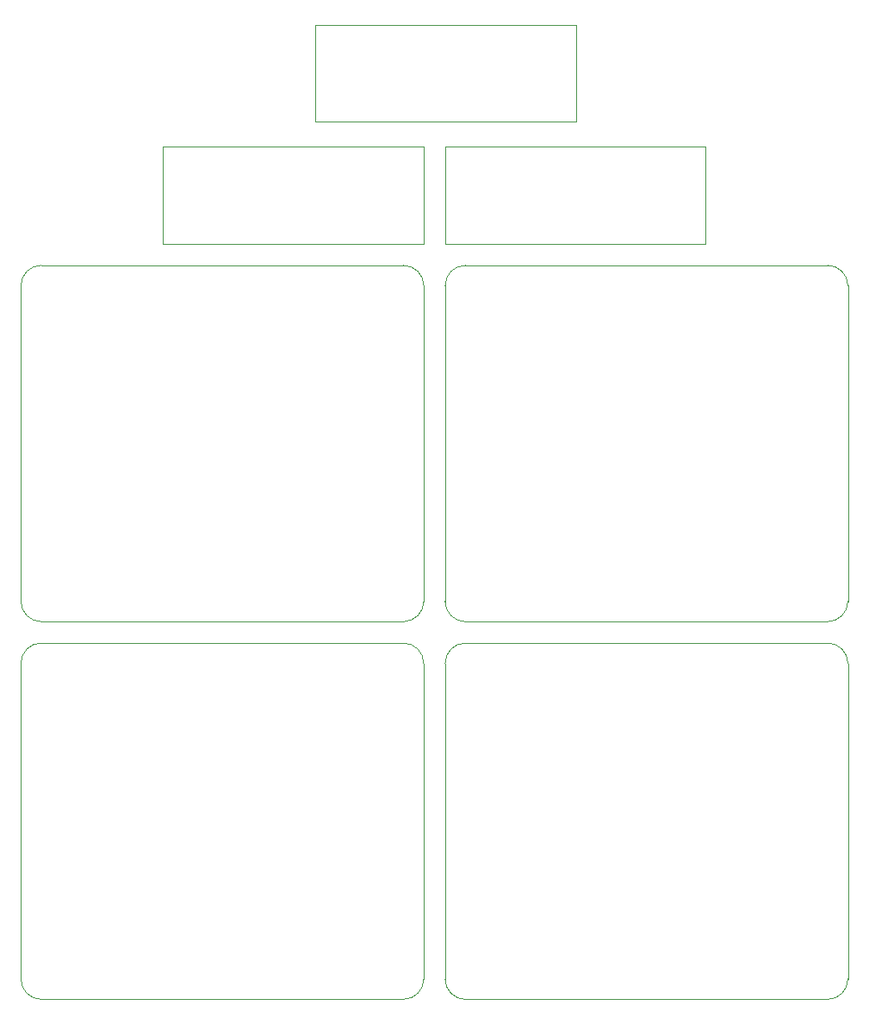
<source format=gm1>
%MOIN*%
%OFA0B0*%
%FSLAX46Y46*%
%IPPOS*%
%LPD*%
%ADD10C,0.0019685039370078744*%
%ADD21C,0.0019685039370078744*%
%ADD22C,0.0019685039370078744*%
%ADD23C,0.0019685039370078744*%
%ADD24C,0.0019685039370078744*%
%ADD25C,0.0019685039370078744*%
%ADD26C,0.0019685039370078744*%
G01*
D10*
X0000000000Y0001299213D02*
X0000000000Y0000078740D01*
X0001480224Y0001377953D02*
X0000078740Y0001377953D01*
X0000078740Y0000000000D02*
X0001480223Y0000000000D01*
X0001558964Y0000078740D02*
G75*
G02*
X0001480223Y0000000000I-0000078740J0000000000D01*
G01*
X0001480224Y0001377953D02*
G75*
G02*
X0001558964Y0001299213I0000000000J-0000078740D01*
G01*
X0000078740Y0000000000D02*
G75*
G02*
X0000000000Y0000078740J0000078740D01*
G01*
X0000000000Y0001299213D02*
G75*
G02*
X0000078740Y0001377953I0000078740D01*
G01*
X0001558964Y0000078740D02*
X0001558964Y0001299213D01*
G04 next file*
G04 #@! TF.GenerationSoftware,KiCad,Pcbnew,(5.1.12)-1*
G04 #@! TF.CreationDate,2022-03-26T22:13:32+08:00*
G04 #@! TF.ProjectId,Nozzle,4e6f7a7a-6c65-42e6-9b69-6361645f7063,0.5*
G04 #@! TF.SameCoordinates,Original*
G04 #@! TF.FileFunction,Profile,NP*
G04 Gerber Fmt 4.6, Leading zero omitted, Abs format (unit mm)*
G04 Created by KiCad (PCBNEW (5.1.12)-1) date 2022-03-26 22:13:32*
G01*
G04 APERTURE LIST*
G04 #@! TA.AperFunction,Profile*
G04 #@! TD*
G04 APERTURE END LIST*
D21*
X0001641641Y0001299213D02*
X0001641641Y0000078740D01*
X0003121865Y0001377953D02*
X0001720381Y0001377953D01*
X0001720381Y0000000000D02*
X0003121865Y0000000000D01*
X0003200605Y0000078740D02*
G75*
G02*
X0003121865Y0000000000I-0000078740J0000000000D01*
G01*
X0003121865Y0001377953D02*
G75*
G02*
X0003200605Y0001299213I0000000000J-0000078740D01*
G01*
X0001720381Y0000000000D02*
G75*
G02*
X0001641641Y0000078740J0000078740D01*
G01*
X0001641641Y0001299213D02*
G75*
G02*
X0001720381Y0001377953I0000078740D01*
G01*
X0003200605Y0000078740D02*
X0003200605Y0001299213D01*
G04 next file*
G04 #@! TF.GenerationSoftware,KiCad,Pcbnew,(5.1.12)-1*
G04 #@! TF.CreationDate,2022-03-26T22:13:32+08:00*
G04 #@! TF.ProjectId,Nozzle,4e6f7a7a-6c65-42e6-9b69-6361645f7063,0.5*
G04 #@! TF.SameCoordinates,Original*
G04 #@! TF.FileFunction,Profile,NP*
G04 Gerber Fmt 4.6, Leading zero omitted, Abs format (unit mm)*
G04 Created by KiCad (PCBNEW (5.1.12)-1) date 2022-03-26 22:13:32*
G01*
G04 APERTURE LIST*
G04 #@! TA.AperFunction,Profile*
G04 #@! TD*
G04 APERTURE END LIST*
D22*
X0000000000Y0002759844D02*
X0000000000Y0001539370D01*
X0001480224Y0002838584D02*
X0000078740Y0002838584D01*
X0000078740Y0001460630D02*
X0001480223Y0001460630D01*
X0001558964Y0001539370D02*
G75*
G02*
X0001480223Y0001460630I-0000078740J0000000000D01*
G01*
X0001480224Y0002838584D02*
G75*
G02*
X0001558964Y0002759844I0000000000J-0000078740D01*
G01*
X0000078740Y0001460630D02*
G75*
G02*
X0000000000Y0001539370J0000078740D01*
G01*
X0000000000Y0002759844D02*
G75*
G02*
X0000078740Y0002838584I0000078740D01*
G01*
X0001558964Y0001539370D02*
X0001558964Y0002759844D01*
G04 next file*
G04 #@! TF.GenerationSoftware,KiCad,Pcbnew,(5.1.12)-1*
G04 #@! TF.CreationDate,2022-03-26T22:13:32+08:00*
G04 #@! TF.ProjectId,Nozzle,4e6f7a7a-6c65-42e6-9b69-6361645f7063,0.5*
G04 #@! TF.SameCoordinates,Original*
G04 #@! TF.FileFunction,Profile,NP*
G04 Gerber Fmt 4.6, Leading zero omitted, Abs format (unit mm)*
G04 Created by KiCad (PCBNEW (5.1.12)-1) date 2022-03-26 22:13:32*
G01*
G04 APERTURE LIST*
G04 #@! TA.AperFunction,Profile*
G04 #@! TD*
G04 APERTURE END LIST*
D23*
X0001641641Y0002759844D02*
X0001641641Y0001539370D01*
X0003121865Y0002838584D02*
X0001720381Y0002838584D01*
X0001720381Y0001460630D02*
X0003121865Y0001460630D01*
X0003200605Y0001539370D02*
G75*
G02*
X0003121865Y0001460630I-0000078740J0000000000D01*
G01*
X0003121865Y0002838584D02*
G75*
G02*
X0003200605Y0002759844I0000000000J-0000078740D01*
G01*
X0001720381Y0001460630D02*
G75*
G02*
X0001641641Y0001539370J0000078740D01*
G01*
X0001641641Y0002759844D02*
G75*
G02*
X0001720381Y0002838584I0000078740D01*
G01*
X0003200605Y0001539370D02*
X0003200605Y0002759844D01*
G04 next file*
G04 #@! TF.GenerationSoftware,KiCad,Pcbnew,(5.1.12)-1*
G04 #@! TF.CreationDate,2022-03-26T22:19:29+08:00*
G04 #@! TF.ProjectId,Nozzle,4e6f7a7a-6c65-42e6-9b69-6361645f7063,0.5*
G04 #@! TF.SameCoordinates,Original*
G04 #@! TF.FileFunction,Profile,NP*
G04 Gerber Fmt 4.6, Leading zero omitted, Abs format (unit mm)*
G04 Created by KiCad (PCBNEW (5.1.12)-1) date 2022-03-26 22:19:29*
G01*
G04 APERTURE LIST*
G04 #@! TA.AperFunction,Profile*
G04 #@! TD*
G04 APERTURE END LIST*
D24*
X0001557334Y0003296909D02*
X0000549551Y0003296909D01*
X0000549551Y0003296909D02*
X0000549551Y0002921318D01*
X0001557334Y0002921318D02*
X0001557334Y0003296909D01*
X0000549551Y0002921318D02*
X0001557334Y0002921318D01*
G04 next file*
G04 #@! TF.GenerationSoftware,KiCad,Pcbnew,(5.1.12)-1*
G04 #@! TF.CreationDate,2022-03-26T22:19:29+08:00*
G04 #@! TF.ProjectId,Nozzle,4e6f7a7a-6c65-42e6-9b69-6361645f7063,0.5*
G04 #@! TF.SameCoordinates,Original*
G04 #@! TF.FileFunction,Profile,NP*
G04 Gerber Fmt 4.6, Leading zero omitted, Abs format (unit mm)*
G04 Created by KiCad (PCBNEW (5.1.12)-1) date 2022-03-26 22:19:29*
G01*
G04 APERTURE LIST*
G04 #@! TA.AperFunction,Profile*
G04 #@! TD*
G04 APERTURE END LIST*
D25*
X0002147885Y0003769350D02*
X0001140102Y0003769350D01*
X0001140102Y0003769350D02*
X0001140102Y0003393759D01*
X0002147885Y0003393759D02*
X0002147885Y0003769350D01*
X0001140102Y0003393759D02*
X0002147885Y0003393759D01*
G04 next file*
G04 #@! TF.GenerationSoftware,KiCad,Pcbnew,(5.1.12)-1*
G04 #@! TF.CreationDate,2022-03-26T22:19:29+08:00*
G04 #@! TF.ProjectId,Nozzle,4e6f7a7a-6c65-42e6-9b69-6361645f7063,0.5*
G04 #@! TF.SameCoordinates,Original*
G04 #@! TF.FileFunction,Profile,NP*
G04 Gerber Fmt 4.6, Leading zero omitted, Abs format (unit mm)*
G04 Created by KiCad (PCBNEW (5.1.12)-1) date 2022-03-26 22:19:29*
G01*
G04 APERTURE LIST*
G04 #@! TA.AperFunction,Profile*
G04 #@! TD*
G04 APERTURE END LIST*
D26*
X0002649424Y0003296851D02*
X0001641641Y0003296851D01*
X0001641641Y0003296851D02*
X0001641641Y0002921261D01*
X0002649424Y0002921261D02*
X0002649424Y0003296851D01*
X0001641641Y0002921261D02*
X0002649424Y0002921261D01*
M02*
</source>
